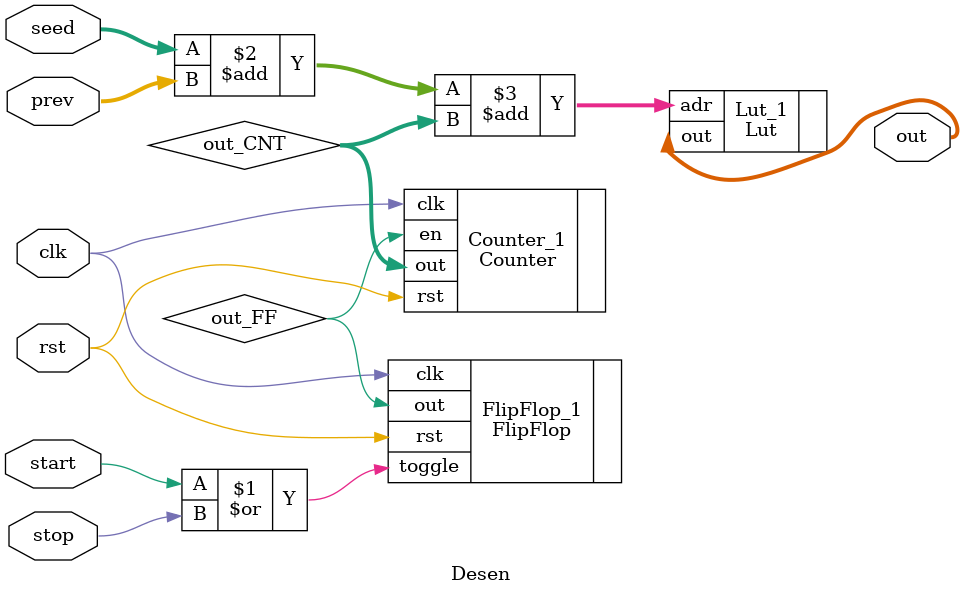
<source format=v>
`timescale 1ns / 1ps


module Desen(
        input               clk,
        input               rst,
        input               start,
        input               stop,
        input       [11:0]  seed,
        input       [11:0]  prev,
        output      [3:0]   out
        
    );
    
    wire        out_FF;
    wire [3:0]  out_CNT;
    
    FlipFlop FlipFlop_1(
        .clk    (clk),
        .rst    (rst),
        .toggle (start | stop),
        .out    (out_FF)
    );
    
    Counter #(4)Counter_1(
        .clk(clk),
        .rst(rst),
        .en (out_FF),
        .out(out_CNT)
    );
    
    Lut Lut_1(
        .adr(seed + prev + out_CNT),
        .out(out)
    );
    
    
endmodule

</source>
